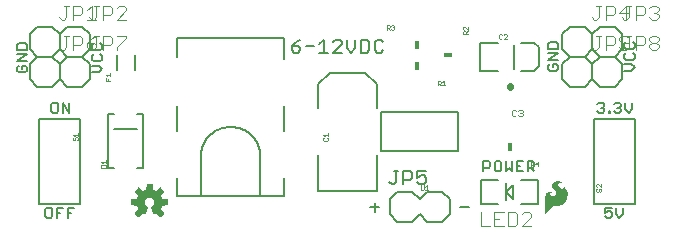
<source format=gbr>
G04 EAGLE Gerber RS-274X export*
G75*
%MOMM*%
%FSLAX34Y34*%
%LPD*%
%INSilkscreen Top*%
%IPPOS*%
%AMOC8*
5,1,8,0,0,1.08239X$1,22.5*%
G01*
%ADD10C,0.152400*%
%ADD11C,0.203200*%
%ADD12R,0.762000X0.457200*%
%ADD13C,0.025400*%
%ADD14R,0.457200X0.762000*%
%ADD15C,0.127000*%
%ADD16C,0.101600*%
%ADD17C,0.558800*%
%ADD18C,0.050800*%

G36*
X123620Y3956D02*
X123620Y3956D01*
X123728Y3966D01*
X123741Y3972D01*
X123755Y3974D01*
X123852Y4022D01*
X123951Y4067D01*
X123964Y4078D01*
X123973Y4082D01*
X123988Y4098D01*
X124065Y4160D01*
X126650Y6745D01*
X126713Y6834D01*
X126779Y6919D01*
X126784Y6932D01*
X126792Y6944D01*
X126823Y7047D01*
X126859Y7150D01*
X126859Y7164D01*
X126863Y7177D01*
X126859Y7285D01*
X126860Y7394D01*
X126855Y7407D01*
X126855Y7421D01*
X126817Y7523D01*
X126782Y7625D01*
X126773Y7640D01*
X126769Y7649D01*
X126755Y7666D01*
X126701Y7748D01*
X123937Y11138D01*
X124494Y12220D01*
X124500Y12240D01*
X124542Y12335D01*
X124913Y13494D01*
X129264Y13937D01*
X129368Y13965D01*
X129474Y13990D01*
X129486Y13997D01*
X129499Y14000D01*
X129589Y14061D01*
X129682Y14118D01*
X129690Y14129D01*
X129702Y14137D01*
X129768Y14223D01*
X129837Y14307D01*
X129841Y14320D01*
X129850Y14331D01*
X129884Y14434D01*
X129923Y14535D01*
X129924Y14553D01*
X129928Y14562D01*
X129928Y14584D01*
X129937Y14682D01*
X129937Y18338D01*
X129920Y18445D01*
X129906Y18553D01*
X129900Y18565D01*
X129898Y18579D01*
X129846Y18675D01*
X129799Y18772D01*
X129789Y18782D01*
X129783Y18794D01*
X129703Y18868D01*
X129627Y18945D01*
X129615Y18951D01*
X129605Y18961D01*
X129506Y19006D01*
X129409Y19054D01*
X129391Y19058D01*
X129382Y19062D01*
X129361Y19064D01*
X129264Y19083D01*
X124913Y19526D01*
X124542Y20685D01*
X124533Y20702D01*
X124531Y20710D01*
X124527Y20717D01*
X124494Y20800D01*
X123937Y21882D01*
X126701Y25272D01*
X126755Y25366D01*
X126812Y25458D01*
X126815Y25471D01*
X126822Y25483D01*
X126843Y25590D01*
X126868Y25695D01*
X126866Y25709D01*
X126869Y25723D01*
X126854Y25830D01*
X126844Y25938D01*
X126838Y25951D01*
X126836Y25965D01*
X126788Y26062D01*
X126743Y26161D01*
X126732Y26174D01*
X126728Y26183D01*
X126712Y26198D01*
X126650Y26275D01*
X124065Y28860D01*
X123976Y28923D01*
X123891Y28989D01*
X123878Y28994D01*
X123866Y29002D01*
X123763Y29033D01*
X123660Y29069D01*
X123646Y29069D01*
X123633Y29073D01*
X123525Y29069D01*
X123416Y29070D01*
X123403Y29065D01*
X123389Y29065D01*
X123287Y29027D01*
X123185Y28992D01*
X123170Y28983D01*
X123161Y28979D01*
X123144Y28965D01*
X123062Y28911D01*
X119672Y26147D01*
X118590Y26704D01*
X118570Y26710D01*
X118475Y26752D01*
X117316Y27123D01*
X116873Y31474D01*
X116845Y31578D01*
X116820Y31684D01*
X116813Y31696D01*
X116810Y31709D01*
X116749Y31799D01*
X116692Y31892D01*
X116681Y31900D01*
X116673Y31912D01*
X116587Y31978D01*
X116503Y32047D01*
X116490Y32051D01*
X116479Y32060D01*
X116376Y32094D01*
X116275Y32133D01*
X116257Y32134D01*
X116248Y32138D01*
X116226Y32138D01*
X116128Y32147D01*
X112472Y32147D01*
X112365Y32130D01*
X112257Y32116D01*
X112245Y32110D01*
X112231Y32108D01*
X112135Y32056D01*
X112038Y32009D01*
X112028Y31999D01*
X112016Y31993D01*
X111942Y31913D01*
X111865Y31837D01*
X111859Y31825D01*
X111849Y31815D01*
X111804Y31716D01*
X111756Y31619D01*
X111752Y31601D01*
X111748Y31592D01*
X111746Y31571D01*
X111727Y31474D01*
X111284Y27123D01*
X110125Y26752D01*
X110107Y26742D01*
X110010Y26704D01*
X108928Y26147D01*
X105538Y28911D01*
X105444Y28965D01*
X105352Y29022D01*
X105339Y29025D01*
X105327Y29032D01*
X105220Y29053D01*
X105115Y29078D01*
X105101Y29076D01*
X105087Y29079D01*
X104980Y29064D01*
X104872Y29054D01*
X104859Y29048D01*
X104846Y29046D01*
X104748Y28998D01*
X104649Y28953D01*
X104636Y28942D01*
X104627Y28938D01*
X104612Y28922D01*
X104535Y28860D01*
X101950Y26275D01*
X101887Y26186D01*
X101821Y26101D01*
X101816Y26088D01*
X101808Y26076D01*
X101777Y25973D01*
X101741Y25870D01*
X101741Y25856D01*
X101737Y25843D01*
X101741Y25735D01*
X101740Y25626D01*
X101745Y25613D01*
X101745Y25599D01*
X101783Y25497D01*
X101818Y25395D01*
X101827Y25380D01*
X101831Y25371D01*
X101845Y25354D01*
X101899Y25272D01*
X104663Y21882D01*
X104106Y20800D01*
X104100Y20780D01*
X104058Y20685D01*
X103687Y19526D01*
X99336Y19083D01*
X99232Y19055D01*
X99126Y19030D01*
X99114Y19023D01*
X99101Y19020D01*
X99011Y18959D01*
X98918Y18902D01*
X98910Y18891D01*
X98898Y18883D01*
X98832Y18797D01*
X98764Y18713D01*
X98759Y18700D01*
X98750Y18689D01*
X98716Y18586D01*
X98677Y18485D01*
X98676Y18467D01*
X98672Y18458D01*
X98673Y18436D01*
X98663Y18338D01*
X98663Y14682D01*
X98680Y14575D01*
X98694Y14467D01*
X98700Y14455D01*
X98702Y14441D01*
X98754Y14345D01*
X98801Y14248D01*
X98811Y14238D01*
X98817Y14226D01*
X98897Y14152D01*
X98973Y14075D01*
X98985Y14069D01*
X98996Y14059D01*
X99094Y14014D01*
X99191Y13966D01*
X99209Y13962D01*
X99218Y13958D01*
X99239Y13956D01*
X99336Y13937D01*
X103687Y13494D01*
X104058Y12335D01*
X104068Y12317D01*
X104106Y12220D01*
X104663Y11138D01*
X101899Y7748D01*
X101845Y7654D01*
X101788Y7562D01*
X101785Y7549D01*
X101778Y7537D01*
X101757Y7430D01*
X101732Y7325D01*
X101734Y7311D01*
X101731Y7297D01*
X101746Y7190D01*
X101756Y7082D01*
X101762Y7069D01*
X101764Y7056D01*
X101812Y6958D01*
X101857Y6859D01*
X101868Y6846D01*
X101872Y6837D01*
X101888Y6822D01*
X101950Y6745D01*
X104535Y4160D01*
X104624Y4097D01*
X104709Y4031D01*
X104722Y4026D01*
X104734Y4018D01*
X104837Y3987D01*
X104940Y3951D01*
X104954Y3951D01*
X104967Y3947D01*
X105075Y3951D01*
X105184Y3950D01*
X105197Y3955D01*
X105211Y3955D01*
X105313Y3993D01*
X105415Y4028D01*
X105430Y4037D01*
X105439Y4041D01*
X105456Y4055D01*
X105538Y4109D01*
X108928Y6873D01*
X110010Y6316D01*
X110063Y6299D01*
X110112Y6273D01*
X110178Y6262D01*
X110242Y6241D01*
X110298Y6242D01*
X110352Y6233D01*
X110419Y6244D01*
X110486Y6245D01*
X110538Y6263D01*
X110593Y6272D01*
X110653Y6304D01*
X110716Y6327D01*
X110759Y6361D01*
X110809Y6387D01*
X110855Y6436D01*
X110907Y6478D01*
X110938Y6525D01*
X110976Y6565D01*
X111032Y6670D01*
X111040Y6683D01*
X111041Y6688D01*
X111045Y6695D01*
X113198Y11892D01*
X113218Y11976D01*
X113223Y11988D01*
X113225Y12004D01*
X113250Y12090D01*
X113249Y12110D01*
X113254Y12130D01*
X113246Y12212D01*
X113247Y12231D01*
X113243Y12251D01*
X113239Y12334D01*
X113232Y12353D01*
X113230Y12373D01*
X113198Y12442D01*
X113192Y12469D01*
X113177Y12493D01*
X113150Y12562D01*
X113137Y12577D01*
X113129Y12595D01*
X113084Y12644D01*
X113064Y12676D01*
X113032Y12702D01*
X112993Y12748D01*
X112972Y12763D01*
X112962Y12773D01*
X112941Y12785D01*
X112878Y12829D01*
X112875Y12831D01*
X112874Y12831D01*
X112872Y12833D01*
X111988Y13328D01*
X111309Y13955D01*
X110795Y14724D01*
X110475Y15592D01*
X110367Y16509D01*
X110480Y17444D01*
X110811Y18325D01*
X111343Y19102D01*
X112044Y19731D01*
X112874Y20174D01*
X113786Y20408D01*
X114728Y20418D01*
X115644Y20204D01*
X116484Y19779D01*
X117198Y19166D01*
X117747Y18401D01*
X118098Y17527D01*
X118231Y16595D01*
X118139Y15658D01*
X117827Y14770D01*
X117312Y13982D01*
X116625Y13338D01*
X115726Y12832D01*
X115686Y12799D01*
X115644Y12777D01*
X115613Y12744D01*
X115565Y12709D01*
X115552Y12692D01*
X115536Y12679D01*
X115501Y12625D01*
X115477Y12599D01*
X115464Y12568D01*
X115422Y12511D01*
X115416Y12491D01*
X115405Y12473D01*
X115387Y12400D01*
X115377Y12377D01*
X115374Y12353D01*
X115351Y12278D01*
X115352Y12257D01*
X115347Y12236D01*
X115354Y12152D01*
X115353Y12134D01*
X115356Y12118D01*
X115359Y12034D01*
X115367Y12008D01*
X115368Y11993D01*
X115378Y11971D01*
X115402Y11892D01*
X115710Y11147D01*
X115711Y11147D01*
X116021Y10398D01*
X116331Y9649D01*
X116331Y9648D01*
X116642Y8900D01*
X116642Y8899D01*
X116952Y8150D01*
X117262Y7401D01*
X117263Y7401D01*
X117555Y6695D01*
X117584Y6648D01*
X117605Y6596D01*
X117648Y6545D01*
X117684Y6488D01*
X117727Y6453D01*
X117763Y6410D01*
X117820Y6376D01*
X117872Y6333D01*
X117924Y6314D01*
X117972Y6285D01*
X118038Y6271D01*
X118101Y6247D01*
X118156Y6245D01*
X118210Y6234D01*
X118277Y6241D01*
X118344Y6239D01*
X118398Y6255D01*
X118453Y6262D01*
X118564Y6306D01*
X118578Y6310D01*
X118582Y6313D01*
X118590Y6316D01*
X119672Y6873D01*
X123062Y4109D01*
X123156Y4055D01*
X123248Y3998D01*
X123261Y3995D01*
X123273Y3988D01*
X123380Y3967D01*
X123485Y3942D01*
X123499Y3944D01*
X123513Y3941D01*
X123620Y3956D01*
G37*
G36*
X449590Y6251D02*
X449590Y6251D01*
X449594Y6249D01*
X449664Y6285D01*
X449674Y6290D01*
X449675Y6291D01*
X454547Y11773D01*
X455401Y12555D01*
X456391Y13144D01*
X456742Y13271D01*
X457110Y13336D01*
X459385Y13336D01*
X459390Y13338D01*
X459396Y13336D01*
X460760Y13460D01*
X460770Y13466D01*
X460782Y13464D01*
X462101Y13832D01*
X462109Y13840D01*
X462122Y13841D01*
X463352Y14441D01*
X463359Y14448D01*
X463370Y14451D01*
X464527Y15268D01*
X464532Y15276D01*
X464541Y15279D01*
X465572Y16251D01*
X465575Y16259D01*
X465581Y16261D01*
X465582Y16263D01*
X465584Y16264D01*
X466469Y17371D01*
X466471Y17381D01*
X466480Y17388D01*
X467427Y19069D01*
X467428Y19080D01*
X467436Y19090D01*
X468064Y20914D01*
X468063Y20925D01*
X468070Y20936D01*
X468358Y22843D01*
X468355Y22854D01*
X468360Y22866D01*
X468358Y22918D01*
X468350Y23170D01*
X468346Y23296D01*
X468346Y23297D01*
X468338Y23549D01*
X468330Y23802D01*
X468326Y23928D01*
X468318Y24180D01*
X468307Y24559D01*
X468299Y24794D01*
X468295Y24803D01*
X468297Y24815D01*
X468090Y25854D01*
X468085Y25862D01*
X468085Y25873D01*
X467727Y26870D01*
X467721Y26877D01*
X467720Y26888D01*
X467218Y27822D01*
X467209Y27829D01*
X467206Y27841D01*
X466299Y28978D01*
X466288Y28984D01*
X466281Y28997D01*
X465155Y29918D01*
X465112Y29930D01*
X465071Y29946D01*
X465066Y29944D01*
X465060Y29945D01*
X465022Y29924D01*
X464982Y29905D01*
X464979Y29899D01*
X464975Y29897D01*
X464967Y29868D01*
X464949Y29820D01*
X464949Y28940D01*
X464933Y28820D01*
X464889Y28717D01*
X464615Y28377D01*
X464254Y28129D01*
X464080Y28064D01*
X463542Y28006D01*
X463012Y28104D01*
X462524Y28353D01*
X461622Y29004D01*
X461210Y29358D01*
X460859Y29768D01*
X460576Y30226D01*
X460370Y30720D01*
X460311Y31020D01*
X460323Y31323D01*
X460480Y31842D01*
X460766Y32302D01*
X461161Y32672D01*
X461642Y32927D01*
X462132Y33066D01*
X462643Y33123D01*
X463246Y33123D01*
X463247Y33123D01*
X463269Y33132D01*
X463337Y33161D01*
X463372Y33253D01*
X463368Y33262D01*
X463334Y33338D01*
X463332Y33341D01*
X463331Y33342D01*
X463330Y33343D01*
X463309Y33363D01*
X463302Y33366D01*
X463298Y33374D01*
X462863Y33712D01*
X462848Y33716D01*
X462836Y33728D01*
X462332Y33949D01*
X462331Y33949D01*
X461975Y34101D01*
X461747Y34202D01*
X461737Y34203D01*
X461727Y34209D01*
X460849Y34429D01*
X460840Y34428D01*
X460830Y34432D01*
X459930Y34518D01*
X459920Y34514D01*
X459908Y34518D01*
X459040Y34452D01*
X459029Y34446D01*
X459016Y34447D01*
X458176Y34216D01*
X458166Y34208D01*
X458153Y34207D01*
X457373Y33819D01*
X457366Y33811D01*
X457355Y33808D01*
X456578Y33248D01*
X456574Y33241D01*
X456565Y33237D01*
X455869Y32579D01*
X455864Y32568D01*
X455853Y32560D01*
X455422Y31957D01*
X455419Y31942D01*
X455407Y31929D01*
X455140Y31237D01*
X455140Y31221D01*
X455132Y31206D01*
X455045Y30469D01*
X455050Y30454D01*
X455046Y30437D01*
X455145Y29702D01*
X455153Y29689D01*
X455153Y29672D01*
X455433Y28984D01*
X455442Y28975D01*
X455445Y28961D01*
X456632Y27203D01*
X456640Y27198D01*
X456644Y27187D01*
X458097Y25646D01*
X458467Y25211D01*
X458707Y24708D01*
X458809Y24160D01*
X458766Y23604D01*
X458580Y23079D01*
X458265Y22619D01*
X457840Y22254D01*
X457297Y21961D01*
X456711Y21763D01*
X456101Y21666D01*
X455390Y21701D01*
X454712Y21908D01*
X454106Y22273D01*
X453793Y22601D01*
X453587Y23005D01*
X453494Y23421D01*
X453494Y23849D01*
X453587Y24264D01*
X453659Y24402D01*
X453777Y24516D01*
X454601Y25115D01*
X454734Y25186D01*
X454872Y25214D01*
X455030Y25198D01*
X455073Y25212D01*
X455118Y25223D01*
X455120Y25227D01*
X455124Y25228D01*
X455144Y25269D01*
X455167Y25308D01*
X455166Y25312D01*
X455168Y25316D01*
X455153Y25359D01*
X455140Y25403D01*
X455137Y25405D01*
X455136Y25409D01*
X455098Y25428D01*
X455062Y25449D01*
X454579Y25525D01*
X454574Y25524D01*
X454569Y25526D01*
X453629Y25599D01*
X453620Y25596D01*
X453609Y25599D01*
X452669Y25526D01*
X452659Y25521D01*
X452647Y25522D01*
X451948Y25338D01*
X451938Y25330D01*
X451924Y25329D01*
X451276Y25008D01*
X451268Y24999D01*
X451254Y24995D01*
X450684Y24550D01*
X450678Y24539D01*
X450666Y24533D01*
X450196Y23983D01*
X450192Y23971D01*
X450181Y23962D01*
X449780Y23230D01*
X449779Y23217D01*
X449770Y23206D01*
X449530Y22407D01*
X449531Y22394D01*
X449525Y22381D01*
X449455Y21550D01*
X449457Y21544D01*
X449455Y21539D01*
X449455Y6375D01*
X449457Y6370D01*
X449455Y6366D01*
X449476Y6326D01*
X449493Y6284D01*
X449498Y6283D01*
X449500Y6278D01*
X449543Y6265D01*
X449585Y6249D01*
X449590Y6251D01*
G37*
D10*
X516375Y127762D02*
X522137Y127762D01*
X525018Y130643D01*
X522137Y133524D01*
X516375Y133524D01*
X516375Y141439D02*
X517815Y142879D01*
X516375Y141439D02*
X516375Y138558D01*
X517815Y137117D01*
X523577Y137117D01*
X525018Y138558D01*
X525018Y141439D01*
X523577Y142879D01*
X516375Y150794D02*
X517815Y152235D01*
X516375Y150794D02*
X516375Y147913D01*
X517815Y146472D01*
X523577Y146472D01*
X525018Y147913D01*
X525018Y150794D01*
X523577Y152235D01*
X453045Y133524D02*
X451605Y132084D01*
X451605Y129203D01*
X453045Y127762D01*
X458807Y127762D01*
X460248Y129203D01*
X460248Y132084D01*
X458807Y133524D01*
X455926Y133524D01*
X455926Y130643D01*
X451605Y137117D02*
X460248Y137117D01*
X460248Y142879D02*
X451605Y137117D01*
X451605Y142879D02*
X460248Y142879D01*
X460248Y146472D02*
X451605Y146472D01*
X460248Y146472D02*
X460248Y150794D01*
X458807Y152235D01*
X453045Y152235D01*
X451605Y150794D01*
X451605Y146472D01*
X30484Y11945D02*
X27603Y11945D01*
X26162Y10505D01*
X26162Y4743D01*
X27603Y3302D01*
X30484Y3302D01*
X31924Y4743D01*
X31924Y10505D01*
X30484Y11945D01*
X35517Y11945D02*
X35517Y3302D01*
X35517Y11945D02*
X41279Y11945D01*
X38398Y7624D02*
X35517Y7624D01*
X44872Y11945D02*
X44872Y3302D01*
X44872Y11945D02*
X50635Y11945D01*
X47754Y7624D02*
X44872Y7624D01*
X35564Y100845D02*
X32683Y100845D01*
X31242Y99405D01*
X31242Y93643D01*
X32683Y92202D01*
X35564Y92202D01*
X37004Y93643D01*
X37004Y99405D01*
X35564Y100845D01*
X40597Y100845D02*
X40597Y92202D01*
X46359Y92202D02*
X40597Y100845D01*
X46359Y100845D02*
X46359Y92202D01*
X397002Y51315D02*
X397002Y42672D01*
X397002Y51315D02*
X401324Y51315D01*
X402764Y49875D01*
X402764Y46994D01*
X401324Y45553D01*
X397002Y45553D01*
X407798Y51315D02*
X410679Y51315D01*
X407798Y51315D02*
X406357Y49875D01*
X406357Y44113D01*
X407798Y42672D01*
X410679Y42672D01*
X412119Y44113D01*
X412119Y49875D01*
X410679Y51315D01*
X415712Y51315D02*
X415712Y42672D01*
X418594Y45553D01*
X421475Y42672D01*
X421475Y51315D01*
X425068Y51315D02*
X430830Y51315D01*
X425068Y51315D02*
X425068Y42672D01*
X430830Y42672D01*
X427949Y46994D02*
X425068Y46994D01*
X434423Y51315D02*
X434423Y42672D01*
X434423Y51315D02*
X438744Y51315D01*
X440185Y49875D01*
X440185Y46994D01*
X438744Y45553D01*
X434423Y45553D01*
X437304Y45553D02*
X440185Y42672D01*
X493522Y99405D02*
X494963Y100845D01*
X497844Y100845D01*
X499284Y99405D01*
X499284Y97964D01*
X497844Y96524D01*
X496403Y96524D01*
X497844Y96524D02*
X499284Y95083D01*
X499284Y93643D01*
X497844Y92202D01*
X494963Y92202D01*
X493522Y93643D01*
X502877Y93643D02*
X502877Y92202D01*
X502877Y93643D02*
X504318Y93643D01*
X504318Y92202D01*
X502877Y92202D01*
X507555Y99405D02*
X508995Y100845D01*
X511876Y100845D01*
X513317Y99405D01*
X513317Y97964D01*
X511876Y96524D01*
X510436Y96524D01*
X511876Y96524D02*
X513317Y95083D01*
X513317Y93643D01*
X511876Y92202D01*
X508995Y92202D01*
X507555Y93643D01*
X516910Y95083D02*
X516910Y100845D01*
X516910Y95083D02*
X519791Y92202D01*
X522672Y95083D01*
X522672Y100845D01*
X505634Y11945D02*
X499872Y11945D01*
X499872Y7624D01*
X502753Y9064D01*
X504194Y9064D01*
X505634Y7624D01*
X505634Y4743D01*
X504194Y3302D01*
X501313Y3302D01*
X499872Y4743D01*
X509227Y6183D02*
X509227Y11945D01*
X509227Y6183D02*
X512108Y3302D01*
X514989Y6183D01*
X514989Y11945D01*
D11*
X385071Y12197D02*
X376936Y12197D01*
X308871Y12197D02*
X300736Y12197D01*
X304803Y8130D02*
X304803Y16265D01*
X238255Y152154D02*
X241814Y153933D01*
X238255Y152154D02*
X234696Y148595D01*
X234696Y145036D01*
X236476Y143256D01*
X240035Y143256D01*
X241814Y145036D01*
X241814Y146815D01*
X240035Y148595D01*
X234696Y148595D01*
X246390Y148595D02*
X253508Y148595D01*
X258084Y150374D02*
X261643Y153933D01*
X261643Y143256D01*
X258084Y143256D02*
X265202Y143256D01*
X269778Y143256D02*
X276896Y143256D01*
X269778Y143256D02*
X276896Y150374D01*
X276896Y152154D01*
X275116Y153933D01*
X271557Y153933D01*
X269778Y152154D01*
X281472Y153933D02*
X281472Y146815D01*
X285031Y143256D01*
X288590Y146815D01*
X288590Y153933D01*
X293166Y153933D02*
X293166Y143256D01*
X298504Y143256D01*
X300284Y145036D01*
X300284Y152154D01*
X298504Y153933D01*
X293166Y153933D01*
X310198Y153933D02*
X311978Y152154D01*
X310198Y153933D02*
X306639Y153933D01*
X304860Y152154D01*
X304860Y145036D01*
X306639Y143256D01*
X310198Y143256D01*
X311978Y145036D01*
D10*
X3465Y132254D02*
X2025Y130814D01*
X2025Y127933D01*
X3465Y126492D01*
X9227Y126492D01*
X10668Y127933D01*
X10668Y130814D01*
X9227Y132254D01*
X6346Y132254D01*
X6346Y129373D01*
X2025Y135847D02*
X10668Y135847D01*
X10668Y141609D02*
X2025Y135847D01*
X2025Y141609D02*
X10668Y141609D01*
X10668Y145202D02*
X2025Y145202D01*
X10668Y145202D02*
X10668Y149524D01*
X9227Y150965D01*
X3465Y150965D01*
X2025Y149524D01*
X2025Y145202D01*
X65525Y126492D02*
X71287Y126492D01*
X74168Y129373D01*
X71287Y132254D01*
X65525Y132254D01*
X65525Y140169D02*
X66965Y141609D01*
X65525Y140169D02*
X65525Y137288D01*
X66965Y135847D01*
X72727Y135847D01*
X74168Y137288D01*
X74168Y140169D01*
X72727Y141609D01*
X65525Y149524D02*
X66965Y150965D01*
X65525Y149524D02*
X65525Y146643D01*
X66965Y145202D01*
X72727Y145202D01*
X74168Y146643D01*
X74168Y149524D01*
X72727Y150965D01*
D12*
X367030Y140970D03*
D13*
X379854Y159013D02*
X383667Y159013D01*
X379854Y159013D02*
X379854Y160919D01*
X380489Y161555D01*
X381760Y161555D01*
X382396Y160919D01*
X382396Y159013D01*
X382396Y160284D02*
X383667Y161555D01*
X383667Y162755D02*
X383667Y165297D01*
X383667Y162755D02*
X381125Y165297D01*
X380489Y165297D01*
X379854Y164662D01*
X379854Y163390D01*
X380489Y162755D01*
D11*
X256940Y56200D02*
X256940Y26200D01*
X306940Y26200D01*
X306940Y56200D01*
X256940Y96200D02*
X256940Y116200D01*
X266940Y126200D01*
X296940Y126200D01*
X306940Y116200D01*
X306940Y96200D01*
D13*
X262125Y71249D02*
X261490Y70614D01*
X261490Y69343D01*
X262125Y68707D01*
X264667Y68707D01*
X265303Y69343D01*
X265303Y70614D01*
X264667Y71249D01*
X262761Y72449D02*
X261490Y73720D01*
X265303Y73720D01*
X265303Y72449D02*
X265303Y74991D01*
D14*
X340360Y132080D03*
D13*
X358403Y119256D02*
X358403Y115443D01*
X358403Y119256D02*
X360309Y119256D01*
X360945Y118621D01*
X360945Y117350D01*
X360309Y116714D01*
X358403Y116714D01*
X359674Y116714D02*
X360945Y115443D01*
X362145Y117985D02*
X363416Y119256D01*
X363416Y115443D01*
X362145Y115443D02*
X364687Y115443D01*
D14*
X419100Y63500D03*
D13*
X437143Y50676D02*
X437143Y46863D01*
X437143Y50676D02*
X439049Y50676D01*
X439685Y50041D01*
X439685Y48770D01*
X439049Y48134D01*
X437143Y48134D01*
X438414Y48134D02*
X439685Y46863D01*
X442792Y46863D02*
X442792Y50676D01*
X440885Y48770D01*
X443427Y48770D01*
D11*
X409100Y127700D02*
X394100Y127700D01*
X394100Y151700D01*
X409100Y151700D01*
X429100Y127700D02*
X440100Y127700D01*
X444100Y131700D01*
X444100Y147700D01*
X440100Y151700D01*
X429100Y151700D01*
D15*
X422910Y149860D02*
X422910Y129540D01*
D13*
X412879Y158245D02*
X412244Y158880D01*
X410973Y158880D01*
X410337Y158245D01*
X410337Y155703D01*
X410973Y155067D01*
X412244Y155067D01*
X412879Y155703D01*
X414079Y155067D02*
X416621Y155067D01*
X414079Y155067D02*
X416621Y157609D01*
X416621Y158245D01*
X415986Y158880D01*
X414715Y158880D01*
X414079Y158245D01*
D11*
X429100Y15400D02*
X443100Y15400D01*
X443100Y35400D01*
X429100Y35400D01*
X409100Y15400D02*
X395100Y15400D01*
X395100Y35400D01*
X409100Y35400D01*
X416100Y25400D02*
X416100Y18400D01*
X416100Y25400D02*
X416100Y32400D01*
X416100Y25400D02*
X422100Y19400D01*
X422100Y31400D01*
X416100Y25400D01*
D16*
X394532Y8202D02*
X394532Y-3492D01*
X402328Y-3492D01*
X406226Y8202D02*
X414022Y8202D01*
X406226Y8202D02*
X406226Y-3492D01*
X414022Y-3492D01*
X410124Y2355D02*
X406226Y2355D01*
X417920Y8202D02*
X417920Y-3492D01*
X423767Y-3492D01*
X425716Y-1543D01*
X425716Y6253D01*
X423767Y8202D01*
X417920Y8202D01*
X429614Y-3492D02*
X437410Y-3492D01*
X429614Y-3492D02*
X437410Y4304D01*
X437410Y6253D01*
X435461Y8202D01*
X431563Y8202D01*
X429614Y6253D01*
D17*
X419100Y113995D02*
X419100Y114605D01*
D18*
X423624Y95001D02*
X424556Y94069D01*
X423624Y95001D02*
X421760Y95001D01*
X420828Y94069D01*
X420828Y90340D01*
X421760Y89408D01*
X423624Y89408D01*
X424556Y90340D01*
X426441Y94069D02*
X427373Y95001D01*
X429237Y95001D01*
X430169Y94069D01*
X430169Y93137D01*
X429237Y92204D01*
X428305Y92204D01*
X429237Y92204D02*
X430169Y91272D01*
X430169Y90340D01*
X429237Y89408D01*
X427373Y89408D01*
X426441Y90340D01*
D11*
X310134Y92710D02*
X310134Y59690D01*
X310134Y92710D02*
X375666Y92710D01*
X375666Y59690D01*
X310134Y59690D01*
D13*
X343798Y30991D02*
X343798Y27814D01*
X344433Y27178D01*
X345704Y27178D01*
X346340Y27814D01*
X346340Y30991D01*
X347540Y29720D02*
X348811Y30991D01*
X348811Y27178D01*
X347540Y27178D02*
X350082Y27178D01*
D11*
X101600Y128270D02*
X101600Y140970D01*
X86360Y140970D02*
X86360Y128270D01*
D13*
X81153Y119507D02*
X77340Y119507D01*
X77340Y122049D01*
X79246Y120778D02*
X79246Y119507D01*
X78611Y123249D02*
X77340Y124520D01*
X81153Y124520D01*
X81153Y123249D02*
X81153Y125791D01*
D11*
X38100Y158750D02*
X31750Y165100D01*
X19050Y165100D01*
X12700Y158750D01*
X12700Y146050D01*
X19050Y139700D01*
X31750Y139700D01*
X38100Y146050D01*
X38100Y158750D01*
D16*
X39795Y171196D02*
X37846Y173145D01*
X39795Y171196D02*
X41744Y171196D01*
X43693Y173145D01*
X43693Y182890D01*
X41744Y182890D02*
X45642Y182890D01*
X49540Y182890D02*
X49540Y171196D01*
X49540Y182890D02*
X55387Y182890D01*
X57336Y180941D01*
X57336Y177043D01*
X55387Y175094D01*
X49540Y175094D01*
X61234Y178992D02*
X65132Y182890D01*
X65132Y171196D01*
X61234Y171196D02*
X69030Y171196D01*
D11*
X57150Y165100D02*
X63500Y158750D01*
X57150Y165100D02*
X44450Y165100D01*
X38100Y158750D01*
X38100Y146050D01*
X44450Y139700D01*
X57150Y139700D01*
X63500Y146050D01*
X63500Y158750D01*
D16*
X65195Y171196D02*
X63246Y173145D01*
X65195Y171196D02*
X67144Y171196D01*
X69093Y173145D01*
X69093Y182890D01*
X67144Y182890D02*
X71042Y182890D01*
X74940Y182890D02*
X74940Y171196D01*
X74940Y182890D02*
X80787Y182890D01*
X82736Y180941D01*
X82736Y177043D01*
X80787Y175094D01*
X74940Y175094D01*
X86634Y171196D02*
X94430Y171196D01*
X86634Y171196D02*
X94430Y178992D01*
X94430Y180941D01*
X92481Y182890D01*
X88583Y182890D01*
X86634Y180941D01*
D11*
X508000Y165100D02*
X514350Y158750D01*
X508000Y165100D02*
X495300Y165100D01*
X488950Y158750D01*
X488950Y146050D01*
X495300Y139700D01*
X508000Y139700D01*
X514350Y146050D01*
X514350Y158750D01*
D16*
X516045Y171196D02*
X514096Y173145D01*
X516045Y171196D02*
X517994Y171196D01*
X519943Y173145D01*
X519943Y182890D01*
X517994Y182890D02*
X521892Y182890D01*
X525790Y182890D02*
X525790Y171196D01*
X525790Y182890D02*
X531637Y182890D01*
X533586Y180941D01*
X533586Y177043D01*
X531637Y175094D01*
X525790Y175094D01*
X537484Y180941D02*
X539433Y182890D01*
X543331Y182890D01*
X545280Y180941D01*
X545280Y178992D01*
X543331Y177043D01*
X541382Y177043D01*
X543331Y177043D02*
X545280Y175094D01*
X545280Y173145D01*
X543331Y171196D01*
X539433Y171196D01*
X537484Y173145D01*
D11*
X488950Y158750D02*
X482600Y165100D01*
X469900Y165100D01*
X463550Y158750D01*
X463550Y146050D01*
X469900Y139700D01*
X482600Y139700D01*
X488950Y146050D01*
X488950Y158750D01*
D16*
X490645Y171196D02*
X488696Y173145D01*
X490645Y171196D02*
X492594Y171196D01*
X494543Y173145D01*
X494543Y182890D01*
X492594Y182890D02*
X496492Y182890D01*
X500390Y182890D02*
X500390Y171196D01*
X500390Y182890D02*
X506237Y182890D01*
X508186Y180941D01*
X508186Y177043D01*
X506237Y175094D01*
X500390Y175094D01*
X517931Y171196D02*
X517931Y182890D01*
X512084Y177043D01*
X519880Y177043D01*
D11*
X227880Y155150D02*
X137880Y155150D01*
X137880Y22150D02*
X157880Y22150D01*
X207880Y22150D01*
X227880Y22150D01*
X157880Y22150D02*
X157880Y57150D01*
X157913Y57728D01*
X157960Y58305D01*
X158020Y58881D01*
X158095Y59455D01*
X158183Y60027D01*
X158286Y60596D01*
X158402Y61164D01*
X158531Y61728D01*
X158675Y62289D01*
X158831Y62846D01*
X159002Y63399D01*
X159185Y63948D01*
X159382Y64492D01*
X159592Y65032D01*
X159814Y65566D01*
X160050Y66095D01*
X160298Y66618D01*
X160559Y67135D01*
X160833Y67645D01*
X161118Y68148D01*
X161416Y68645D01*
X161725Y69134D01*
X162047Y69615D01*
X162380Y70089D01*
X162724Y70554D01*
X163079Y71011D01*
X163445Y71460D01*
X163822Y71899D01*
X164210Y72329D01*
X164608Y72749D01*
X165015Y73160D01*
X165433Y73561D01*
X165860Y73952D01*
X166297Y74332D01*
X166742Y74701D01*
X167197Y75060D01*
X167660Y75408D01*
X168131Y75744D01*
X168610Y76069D01*
X169097Y76382D01*
X169591Y76683D01*
X170092Y76972D01*
X170601Y77249D01*
X171116Y77514D01*
X171637Y77766D01*
X172164Y78006D01*
X172696Y78232D01*
X173234Y78446D01*
X173777Y78647D01*
X174325Y78834D01*
X174877Y79009D01*
X175433Y79170D01*
X175993Y79317D01*
X176556Y79451D01*
X177122Y79571D01*
X177691Y79677D01*
X178262Y79770D01*
X178836Y79849D01*
X179411Y79914D01*
X179988Y79965D01*
X180565Y80002D01*
X181144Y80025D01*
X181723Y80034D01*
X182301Y80029D01*
X182880Y80010D01*
X183459Y80029D01*
X184037Y80034D01*
X184616Y80025D01*
X185195Y80002D01*
X185772Y79965D01*
X186349Y79914D01*
X186924Y79849D01*
X187498Y79770D01*
X188069Y79677D01*
X188638Y79571D01*
X189204Y79451D01*
X189767Y79317D01*
X190327Y79170D01*
X190883Y79009D01*
X191435Y78834D01*
X191983Y78647D01*
X192526Y78446D01*
X193064Y78232D01*
X193596Y78006D01*
X194123Y77766D01*
X194644Y77514D01*
X195159Y77249D01*
X195668Y76972D01*
X196169Y76683D01*
X196663Y76382D01*
X197150Y76069D01*
X197629Y75744D01*
X198100Y75408D01*
X198563Y75060D01*
X199018Y74701D01*
X199463Y74332D01*
X199900Y73952D01*
X200327Y73561D01*
X200745Y73160D01*
X201152Y72749D01*
X201550Y72329D01*
X201938Y71899D01*
X202315Y71460D01*
X202681Y71011D01*
X203036Y70554D01*
X203380Y70089D01*
X203713Y69615D01*
X204035Y69134D01*
X204344Y68645D01*
X204642Y68148D01*
X204927Y67645D01*
X205201Y67135D01*
X205462Y66618D01*
X205710Y66095D01*
X205946Y65566D01*
X206168Y65032D01*
X206378Y64492D01*
X206575Y63948D01*
X206758Y63399D01*
X206929Y62846D01*
X207085Y62289D01*
X207229Y61728D01*
X207358Y61164D01*
X207474Y60596D01*
X207577Y60027D01*
X207665Y59455D01*
X207740Y58881D01*
X207800Y58305D01*
X207847Y57728D01*
X207880Y57150D01*
X207880Y22150D01*
X137880Y22150D02*
X137880Y37150D01*
X137880Y77150D02*
X137880Y98150D01*
X137880Y139150D02*
X137880Y155150D01*
X227880Y155150D02*
X227880Y138150D01*
X227880Y98150D02*
X227880Y77150D01*
X227880Y37150D02*
X227880Y22150D01*
X323850Y25400D02*
X336550Y25400D01*
X342900Y19050D01*
X342900Y6350D02*
X336550Y0D01*
X342900Y19050D02*
X349250Y25400D01*
X361950Y25400D01*
X368300Y19050D01*
X368300Y6350D02*
X361950Y0D01*
X349250Y0D01*
X342900Y6350D01*
X317500Y6350D02*
X317500Y19050D01*
X323850Y25400D01*
X317500Y6350D02*
X323850Y0D01*
X336550Y0D01*
X368300Y6350D02*
X368300Y19050D01*
D15*
X319280Y31623D02*
X317373Y33530D01*
X319280Y31623D02*
X321186Y31623D01*
X323093Y33530D01*
X323093Y43063D01*
X321186Y43063D02*
X325000Y43063D01*
X329067Y43063D02*
X329067Y31623D01*
X329067Y43063D02*
X334787Y43063D01*
X336693Y41156D01*
X336693Y37343D01*
X334787Y35436D01*
X329067Y35436D01*
X340761Y43063D02*
X348387Y43063D01*
X340761Y43063D02*
X340761Y37343D01*
X344574Y39250D01*
X346481Y39250D01*
X348387Y37343D01*
X348387Y33530D01*
X346481Y31623D01*
X342668Y31623D01*
X340761Y33530D01*
D11*
X83980Y45580D02*
X79480Y45580D01*
X79480Y91580D01*
X83980Y91580D01*
X103980Y91580D02*
X108480Y91580D01*
X108480Y45580D01*
X103980Y45580D01*
X103980Y78580D02*
X83980Y78580D01*
D13*
X77343Y45847D02*
X73530Y45847D01*
X77343Y45847D02*
X77343Y47754D01*
X76707Y48389D01*
X74165Y48389D01*
X73530Y47754D01*
X73530Y45847D01*
X74801Y49589D02*
X73530Y50860D01*
X77343Y50860D01*
X77343Y49589D02*
X77343Y52131D01*
D11*
X490500Y14800D02*
X525500Y14800D01*
X525500Y86800D01*
X490500Y86800D01*
X490500Y14800D01*
D13*
X492630Y27434D02*
X493265Y28069D01*
X492630Y27434D02*
X492630Y26163D01*
X493265Y25527D01*
X493901Y25527D01*
X494536Y26163D01*
X494536Y27434D01*
X495172Y28069D01*
X495807Y28069D01*
X496443Y27434D01*
X496443Y26163D01*
X495807Y25527D01*
X496443Y29269D02*
X496443Y31811D01*
X496443Y29269D02*
X493901Y31811D01*
X493265Y31811D01*
X492630Y31176D01*
X492630Y29905D01*
X493265Y29269D01*
D14*
X340360Y149860D03*
D13*
X315087Y162687D02*
X315087Y166500D01*
X316994Y166500D01*
X317629Y165865D01*
X317629Y164594D01*
X316994Y163958D01*
X315087Y163958D01*
X316358Y163958D02*
X317629Y162687D01*
X318829Y165865D02*
X319465Y166500D01*
X320736Y166500D01*
X321371Y165865D01*
X321371Y165229D01*
X320736Y164594D01*
X320100Y164594D01*
X320736Y164594D02*
X321371Y163958D01*
X321371Y163323D01*
X320736Y162687D01*
X319465Y162687D01*
X318829Y163323D01*
D11*
X55600Y86800D02*
X20600Y86800D01*
X20600Y14800D01*
X55600Y14800D01*
X55600Y86800D01*
D13*
X50289Y71385D02*
X49654Y70749D01*
X49654Y69478D01*
X50289Y68843D01*
X50925Y68843D01*
X51560Y69478D01*
X51560Y70749D01*
X52196Y71385D01*
X52831Y71385D01*
X53467Y70749D01*
X53467Y69478D01*
X52831Y68843D01*
X50925Y72585D02*
X49654Y73856D01*
X53467Y73856D01*
X53467Y72585D02*
X53467Y75127D01*
D11*
X38100Y133350D02*
X31750Y139700D01*
X19050Y139700D01*
X12700Y133350D01*
X12700Y120650D01*
X19050Y114300D01*
X31750Y114300D01*
X38100Y120650D01*
X38100Y133350D01*
D16*
X39795Y145796D02*
X37846Y147745D01*
X39795Y145796D02*
X41744Y145796D01*
X43693Y147745D01*
X43693Y157490D01*
X41744Y157490D02*
X45642Y157490D01*
X49540Y157490D02*
X49540Y145796D01*
X49540Y157490D02*
X55387Y157490D01*
X57336Y155541D01*
X57336Y151643D01*
X55387Y149694D01*
X49540Y149694D01*
X65132Y155541D02*
X69030Y157490D01*
X65132Y155541D02*
X61234Y151643D01*
X61234Y147745D01*
X63183Y145796D01*
X67081Y145796D01*
X69030Y147745D01*
X69030Y149694D01*
X67081Y151643D01*
X61234Y151643D01*
D11*
X57150Y139700D02*
X63500Y133350D01*
X57150Y139700D02*
X44450Y139700D01*
X38100Y133350D01*
X38100Y120650D01*
X44450Y114300D01*
X57150Y114300D01*
X63500Y120650D01*
X63500Y133350D01*
D16*
X65195Y145796D02*
X63246Y147745D01*
X65195Y145796D02*
X67144Y145796D01*
X69093Y147745D01*
X69093Y157490D01*
X67144Y157490D02*
X71042Y157490D01*
X74940Y157490D02*
X74940Y145796D01*
X74940Y157490D02*
X80787Y157490D01*
X82736Y155541D01*
X82736Y151643D01*
X80787Y149694D01*
X74940Y149694D01*
X86634Y157490D02*
X94430Y157490D01*
X94430Y155541D01*
X86634Y147745D01*
X86634Y145796D01*
D11*
X508000Y139700D02*
X514350Y133350D01*
X508000Y139700D02*
X495300Y139700D01*
X488950Y133350D01*
X488950Y120650D01*
X495300Y114300D01*
X508000Y114300D01*
X514350Y120650D01*
X514350Y133350D01*
D16*
X516045Y145796D02*
X514096Y147745D01*
X516045Y145796D02*
X517994Y145796D01*
X519943Y147745D01*
X519943Y157490D01*
X517994Y157490D02*
X521892Y157490D01*
X525790Y157490D02*
X525790Y145796D01*
X525790Y157490D02*
X531637Y157490D01*
X533586Y155541D01*
X533586Y151643D01*
X531637Y149694D01*
X525790Y149694D01*
X537484Y155541D02*
X539433Y157490D01*
X543331Y157490D01*
X545280Y155541D01*
X545280Y153592D01*
X543331Y151643D01*
X545280Y149694D01*
X545280Y147745D01*
X543331Y145796D01*
X539433Y145796D01*
X537484Y147745D01*
X537484Y149694D01*
X539433Y151643D01*
X537484Y153592D01*
X537484Y155541D01*
X539433Y151643D02*
X543331Y151643D01*
D11*
X488950Y133350D02*
X482600Y139700D01*
X469900Y139700D01*
X463550Y133350D01*
X463550Y120650D01*
X469900Y114300D01*
X482600Y114300D01*
X488950Y120650D01*
X488950Y133350D01*
D16*
X490645Y145796D02*
X488696Y147745D01*
X490645Y145796D02*
X492594Y145796D01*
X494543Y147745D01*
X494543Y157490D01*
X492594Y157490D02*
X496492Y157490D01*
X500390Y157490D02*
X500390Y145796D01*
X500390Y157490D02*
X506237Y157490D01*
X508186Y155541D01*
X508186Y151643D01*
X506237Y149694D01*
X500390Y149694D01*
X512084Y147745D02*
X514033Y145796D01*
X517931Y145796D01*
X519880Y147745D01*
X519880Y155541D01*
X517931Y157490D01*
X514033Y157490D01*
X512084Y155541D01*
X512084Y153592D01*
X514033Y151643D01*
X519880Y151643D01*
M02*

</source>
